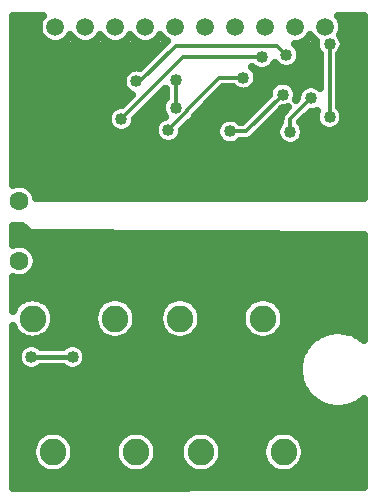
<source format=gbr>
G04 DipTrace 4.0.0.2*
G04 2 - Bottom.gbr*
%MOIN*%
G04 #@! TF.FileFunction,Copper,L2,Bot*
G04 #@! TF.Part,Single*
G04 #@! TA.AperFunction,CopperBalancing*
%ADD15C,0.025*%
G04 #@! TA.AperFunction,Conductor*
%ADD16C,0.012*%
%ADD17C,0.016*%
G04 #@! TA.AperFunction,ComponentPad*
%ADD22R,0.059055X0.059055*%
%ADD23C,0.059055*%
%ADD24C,0.062992*%
%ADD25C,0.088583*%
G04 #@! TA.AperFunction,ViaPad*
%ADD26C,0.04*%
%FSLAX26Y26*%
G04*
G70*
G90*
G75*
G01*
G04 Bottom*
%LPD*%
X1262451Y1868701D2*
D16*
X999951D1*
X793307Y1662056D1*
X1199951Y1799950D2*
X1118699D1*
X1012450Y1693701D1*
Y1687450D1*
X949951Y1624951D1*
X1331201Y1743701D2*
X1208621Y1621121D1*
X1156201D1*
X1424950Y1731201D2*
X1356201Y1662451D1*
Y1618701D1*
X493701Y868701D2*
D17*
X630573D1*
X843701Y1787451D2*
D16*
X856201D1*
X974950Y1906201D1*
X1312451D1*
X1343701Y1874951D1*
X1487450Y1912451D2*
Y1668701D1*
X974950Y1699950D2*
Y1793701D1*
D26*
X793307Y1662056D3*
X949951Y1624951D3*
X1156201Y1621121D3*
X1356201Y1618701D3*
X493701Y868701D3*
X630573D3*
X843701Y1787451D3*
X1343701Y1874951D3*
X1487450Y1912451D3*
Y1668701D3*
X974950Y1699950D3*
Y1793701D3*
X706201Y1243701D3*
X1424950Y1731201D3*
X1199951Y1799950D3*
X1331201Y1743701D3*
X1262451Y1868701D3*
X449951Y1843701D3*
X581201Y1624951D3*
X887451Y1443701D3*
X1093701D3*
X1293701D3*
X1493701D3*
X1574951Y1699950D3*
X1331201Y1693701D3*
X631201Y1856201D3*
X433719Y1281332D2*
D15*
X485882D1*
X433719Y1256463D2*
X1599189D1*
X494148Y1231594D2*
X1599189D1*
X510332Y1206726D2*
X1599189D1*
X512844Y1181857D2*
X1599189D1*
X503908Y1156988D2*
X1599189D1*
X468491Y1132119D2*
X1599189D1*
X433719Y1107251D2*
X1599189D1*
X433719Y1082382D2*
X1599189D1*
X433719Y1057513D2*
X458180D1*
X536706D2*
X733770D1*
X812297D2*
X950295D1*
X1028822D2*
X1225886D1*
X1304412D2*
X1599189D1*
X561108Y1032644D2*
X709369D1*
X836698D2*
X925894D1*
X1053260D2*
X1201484D1*
X1328850D2*
X1599189D1*
X569899Y1007776D2*
X700577D1*
X845490D2*
X917102D1*
X1062051D2*
X1192693D1*
X1337642D2*
X1599189D1*
X569325Y982907D2*
X701151D1*
X844916D2*
X917713D1*
X1061441D2*
X1193303D1*
X1337031D2*
X1599189D1*
X559026Y958038D2*
X711450D1*
X834617D2*
X927975D1*
X1051142D2*
X1203566D1*
X1326732D2*
X1599189D1*
X433719Y933169D2*
X464387D1*
X530499D2*
X739978D1*
X806089D2*
X956504D1*
X1022650D2*
X1232094D1*
X1298240D2*
X1436814D1*
X433719Y908301D2*
X466828D1*
X520559D2*
X603690D1*
X657457D2*
X1410689D1*
X433719Y883432D2*
X447092D1*
X677193D2*
X1395115D1*
X678449Y858563D2*
X1386144D1*
X433719Y833694D2*
X460584D1*
X526802D2*
X597482D1*
X663664D2*
X1382413D1*
X433719Y808825D2*
X1383490D1*
X433719Y783957D2*
X1389446D1*
X433719Y759088D2*
X1401072D1*
X433719Y734219D2*
X1420522D1*
X433719Y709350D2*
X1455150D1*
X1576343D2*
X1599189D1*
X433719Y684482D2*
X1599189D1*
X433719Y659613D2*
X1599189D1*
X433719Y634744D2*
X1599189D1*
X433719Y609875D2*
X522879D1*
X609802D2*
X798470D1*
X885392D2*
X1014995D1*
X1101919D2*
X1290585D1*
X1377509D2*
X1599189D1*
X433719Y585007D2*
X501133D1*
X631549D2*
X776723D1*
X907139D2*
X993249D1*
X1123664D2*
X1268840D1*
X1399255D2*
X1599189D1*
X433719Y560138D2*
X493490D1*
X639192D2*
X769080D1*
X914782D2*
X985642D1*
X1131307D2*
X1261232D1*
X1406898D2*
X1599189D1*
X433719Y535269D2*
X495105D1*
X637577D2*
X770696D1*
X913168D2*
X987220D1*
X1129728D2*
X1262811D1*
X1405319D2*
X1599189D1*
X433719Y510400D2*
X506659D1*
X626022D2*
X782249D1*
X901613D2*
X998774D1*
X1118138D2*
X1274365D1*
X1393728D2*
X1599189D1*
X433719Y485531D2*
X539852D1*
X592829D2*
X815442D1*
X868420D2*
X1032004D1*
X1084945D2*
X1307594D1*
X1360535D2*
X1599189D1*
X433719Y460663D2*
X1599189D1*
X433719Y435794D2*
X1599189D1*
X1601693Y727967D2*
X1595986Y723215D1*
X1588533Y717848D1*
X1580723Y713016D1*
X1572592Y708743D1*
X1564184Y705050D1*
X1555535Y701955D1*
X1546693Y699475D1*
X1537697Y697619D1*
X1528594Y696399D1*
X1519428Y695819D1*
X1510244Y695883D1*
X1501087Y696591D1*
X1492001Y697938D1*
X1483033Y699919D1*
X1474226Y702522D1*
X1465622Y705736D1*
X1457265Y709546D1*
X1449196Y713932D1*
X1441453Y718873D1*
X1434075Y724343D1*
X1427100Y730318D1*
X1420559Y736765D1*
X1414487Y743656D1*
X1408912Y750955D1*
X1403862Y758627D1*
X1399364Y766634D1*
X1395436Y774936D1*
X1392100Y783493D1*
X1389371Y792264D1*
X1387264Y801202D1*
X1385787Y810268D1*
X1384951Y819413D1*
X1384757Y828596D1*
X1385206Y837770D1*
X1386298Y846890D1*
X1388026Y855909D1*
X1390381Y864787D1*
X1393353Y873478D1*
X1396927Y881938D1*
X1401083Y890129D1*
X1405804Y898007D1*
X1411066Y905534D1*
X1416841Y912676D1*
X1423104Y919395D1*
X1429820Y925657D1*
X1436961Y931436D1*
X1444487Y936698D1*
X1452365Y941421D1*
X1460552Y945580D1*
X1469013Y949156D1*
X1477703Y952130D1*
X1486580Y954487D1*
X1495600Y956217D1*
X1504719Y957311D1*
X1513892Y957762D1*
X1523075Y957571D1*
X1532220Y956736D1*
X1541286Y955262D1*
X1550227Y953157D1*
X1558997Y950430D1*
X1567555Y947097D1*
X1575858Y943171D1*
X1583866Y938673D1*
X1591539Y933626D1*
X1601667Y925563D1*
X1601673Y1276906D1*
X491745Y1281354D1*
X488917Y1282152D1*
X486353Y1283588D1*
X478612Y1291112D1*
X463529Y1306196D1*
X431194Y1306201D1*
X431201Y1242450D1*
X439217Y1244976D1*
X448206Y1246400D1*
X457306D1*
X466295Y1244976D1*
X474950Y1242164D1*
X483059Y1238033D1*
X490421Y1232684D1*
X496857Y1226248D1*
X502206Y1218886D1*
X506337Y1210777D1*
X509150Y1202122D1*
X510573Y1193133D1*
Y1184033D1*
X509150Y1175043D1*
X506337Y1166388D1*
X502206Y1158280D1*
X496857Y1150917D1*
X490421Y1144482D1*
X483059Y1139133D1*
X474950Y1135001D1*
X466295Y1132189D1*
X457306Y1130765D1*
X448206D1*
X439217Y1132189D1*
X431213Y1134761D1*
X431201Y1021978D1*
X434365Y1029160D1*
X440169Y1038631D1*
X447385Y1047077D1*
X455831Y1054293D1*
X465302Y1060097D1*
X475566Y1064348D1*
X486366Y1066941D1*
X497441Y1067812D1*
X508516Y1066941D1*
X519316Y1064348D1*
X529580Y1060097D1*
X539051Y1054293D1*
X547497Y1047077D1*
X554713Y1038631D1*
X560517Y1029160D1*
X564768Y1018896D1*
X567361Y1008096D1*
X568232Y997021D1*
X567361Y985946D1*
X564768Y975146D1*
X560517Y964882D1*
X554713Y955411D1*
X547497Y946965D1*
X539051Y939749D1*
X529580Y933945D1*
X519316Y929694D1*
X508516Y927101D1*
X497441Y926230D1*
X486366Y927101D1*
X475566Y929694D1*
X465302Y933945D1*
X455831Y939749D1*
X447385Y946965D1*
X440169Y955411D1*
X434365Y964882D1*
X431205Y972192D1*
X431201Y431252D1*
X1601648Y435681D1*
X1601673Y727877D1*
X843605Y991467D2*
X841867Y980495D1*
X838434Y969930D1*
X833391Y960033D1*
X826862Y951046D1*
X819007Y943190D1*
X810020Y936661D1*
X800122Y931618D1*
X789558Y928185D1*
X778585Y926448D1*
X767478D1*
X756505Y928185D1*
X745941Y931618D1*
X736043Y936661D1*
X727056Y943190D1*
X719201Y951046D1*
X712672Y960033D1*
X707629Y969930D1*
X704196Y980495D1*
X702458Y991467D1*
Y1002575D1*
X704196Y1013547D1*
X707629Y1024112D1*
X712672Y1034009D1*
X719201Y1042996D1*
X727056Y1050852D1*
X736043Y1057381D1*
X745941Y1062424D1*
X756505Y1065857D1*
X767478Y1067594D1*
X778585D1*
X789558Y1065857D1*
X800122Y1062424D1*
X810020Y1057381D1*
X819007Y1050852D1*
X826862Y1042996D1*
X833391Y1034009D1*
X838434Y1024112D1*
X841867Y1013547D1*
X843605Y1002575D1*
Y991467D1*
X636912Y546585D2*
X635175Y535613D1*
X631741Y525049D1*
X626698Y515151D1*
X620169Y506164D1*
X612314Y498308D1*
X603327Y491780D1*
X593429Y486736D1*
X582865Y483303D1*
X571892Y481566D1*
X560785D1*
X549812Y483303D1*
X539248Y486736D1*
X529350Y491780D1*
X520364Y498308D1*
X512508Y506164D1*
X505979Y515151D1*
X500936Y525049D1*
X497503Y535613D1*
X495765Y546585D1*
Y557693D1*
X497503Y568665D1*
X500936Y579230D1*
X505979Y589127D1*
X512508Y598114D1*
X520364Y605970D1*
X529350Y612499D1*
X539248Y617542D1*
X549812Y620975D1*
X560785Y622713D1*
X571892D1*
X582865Y620975D1*
X593429Y617542D1*
X603327Y612499D1*
X612314Y605970D1*
X620169Y598114D1*
X626698Y589127D1*
X631741Y579230D1*
X635175Y568665D1*
X636912Y557693D1*
Y546585D1*
X912503D2*
X910765Y535613D1*
X907332Y525049D1*
X902289Y515151D1*
X895760Y506164D1*
X887904Y498308D1*
X878917Y491780D1*
X869020Y486736D1*
X858455Y483303D1*
X847483Y481566D1*
X836375D1*
X825403Y483303D1*
X814839Y486736D1*
X804941Y491780D1*
X795954Y498308D1*
X788098Y506164D1*
X781570Y515151D1*
X776526Y525049D1*
X773093Y535613D1*
X771356Y546585D1*
Y557693D1*
X773093Y568665D1*
X776526Y579230D1*
X781570Y589127D1*
X788098Y598114D1*
X795954Y605970D1*
X804941Y612499D1*
X814839Y617542D1*
X825403Y620975D1*
X836375Y622713D1*
X847483D1*
X858455Y620975D1*
X869020Y617542D1*
X878917Y612499D1*
X887904Y605970D1*
X895760Y598114D1*
X902289Y589127D1*
X907332Y579230D1*
X910765Y568665D1*
X912503Y557693D1*
Y546585D1*
X1060140Y991467D2*
X1058403Y980495D1*
X1054970Y969930D1*
X1049927Y960033D1*
X1043398Y951046D1*
X1035542Y943190D1*
X1026555Y936661D1*
X1016657Y931618D1*
X1006093Y928185D1*
X995121Y926448D1*
X984013D1*
X973041Y928185D1*
X962476Y931618D1*
X952579Y936661D1*
X943592Y943190D1*
X935736Y951046D1*
X929207Y960033D1*
X924164Y969930D1*
X920731Y980495D1*
X918993Y991467D1*
Y1002575D1*
X920731Y1013547D1*
X924164Y1024112D1*
X929207Y1034009D1*
X935736Y1042996D1*
X943592Y1050852D1*
X952579Y1057381D1*
X962476Y1062424D1*
X973041Y1065857D1*
X984013Y1067594D1*
X995121D1*
X1006093Y1065857D1*
X1016657Y1062424D1*
X1026555Y1057381D1*
X1035542Y1050852D1*
X1043398Y1042996D1*
X1049927Y1034009D1*
X1054970Y1024112D1*
X1058403Y1013547D1*
X1060140Y1002575D1*
Y991467D1*
X1335731D2*
X1333993Y980495D1*
X1330560Y969930D1*
X1325517Y960033D1*
X1318988Y951046D1*
X1311133Y943190D1*
X1302146Y936661D1*
X1292248Y931618D1*
X1281684Y928185D1*
X1270711Y926448D1*
X1259604D1*
X1248631Y928185D1*
X1238067Y931618D1*
X1228169Y936661D1*
X1219182Y943190D1*
X1211327Y951046D1*
X1204798Y960033D1*
X1199755Y969930D1*
X1196322Y980495D1*
X1194584Y991467D1*
Y1002575D1*
X1196322Y1013547D1*
X1199755Y1024112D1*
X1204798Y1034009D1*
X1211327Y1042996D1*
X1219182Y1050852D1*
X1228169Y1057381D1*
X1238067Y1062424D1*
X1248631Y1065857D1*
X1259604Y1067594D1*
X1270711D1*
X1281684Y1065857D1*
X1292248Y1062424D1*
X1302146Y1057381D1*
X1311133Y1050852D1*
X1318988Y1042996D1*
X1325517Y1034009D1*
X1330560Y1024112D1*
X1333993Y1013547D1*
X1335731Y1002575D1*
Y991467D1*
X1129038Y546585D2*
X1127301Y535613D1*
X1123867Y525049D1*
X1118824Y515151D1*
X1112295Y506164D1*
X1104440Y498308D1*
X1095453Y491780D1*
X1085555Y486736D1*
X1074991Y483303D1*
X1064018Y481566D1*
X1052911D1*
X1041938Y483303D1*
X1031374Y486736D1*
X1021476Y491780D1*
X1012490Y498308D1*
X1004634Y506164D1*
X998105Y515151D1*
X993062Y525049D1*
X989629Y535613D1*
X987891Y546585D1*
Y557693D1*
X989629Y568665D1*
X993062Y579230D1*
X998105Y589127D1*
X1004634Y598114D1*
X1012490Y605970D1*
X1021476Y612499D1*
X1031374Y617542D1*
X1041938Y620975D1*
X1052911Y622713D1*
X1064018D1*
X1074991Y620975D1*
X1085555Y617542D1*
X1095453Y612499D1*
X1104440Y605970D1*
X1112295Y598114D1*
X1118824Y589127D1*
X1123867Y579230D1*
X1127301Y568665D1*
X1129038Y557693D1*
Y546585D1*
X1404629D2*
X1402891Y535613D1*
X1399458Y525049D1*
X1394415Y515151D1*
X1387886Y506164D1*
X1380030Y498308D1*
X1371043Y491780D1*
X1361146Y486736D1*
X1350581Y483303D1*
X1339609Y481566D1*
X1328501D1*
X1317529Y483303D1*
X1306965Y486736D1*
X1297067Y491780D1*
X1288080Y498308D1*
X1280224Y506164D1*
X1273696Y515151D1*
X1268652Y525049D1*
X1265219Y535613D1*
X1263482Y546585D1*
Y557693D1*
X1265219Y568665D1*
X1268652Y579230D1*
X1273696Y589127D1*
X1280224Y598114D1*
X1288080Y605970D1*
X1297067Y612499D1*
X1306965Y617542D1*
X1317529Y620975D1*
X1328501Y622713D1*
X1339609D1*
X1350581Y620975D1*
X1361146Y617542D1*
X1371043Y612499D1*
X1380030Y605970D1*
X1387886Y598114D1*
X1394415Y589127D1*
X1399458Y579230D1*
X1402891Y568665D1*
X1404629Y557693D1*
Y546585D1*
X524898Y903201D2*
X599394D1*
X603241Y906320D1*
X609463Y910133D1*
X616205Y912925D1*
X623299Y914629D1*
X630573Y915201D1*
X637848Y914629D1*
X644942Y912925D1*
X651684Y910133D1*
X657906Y906320D1*
X663454Y901581D1*
X668193Y896033D1*
X672005Y889811D1*
X674798Y883070D1*
X676501Y875975D1*
X677073Y868701D1*
X676501Y861427D1*
X674798Y854332D1*
X672005Y847591D1*
X668193Y841369D1*
X663454Y835820D1*
X657906Y831081D1*
X651684Y827269D1*
X644942Y824476D1*
X637848Y822773D1*
X630573Y822201D1*
X623299Y822773D1*
X616205Y824476D1*
X609463Y827269D1*
X603241Y831081D1*
X599442Y834203D1*
X524881Y834201D1*
X521033Y831081D1*
X514811Y827269D1*
X508070Y824476D1*
X500975Y822773D1*
X493701Y822201D1*
X486427Y822773D1*
X479332Y824476D1*
X472591Y827269D1*
X466369Y831081D1*
X460820Y835820D1*
X456081Y841369D1*
X452269Y847591D1*
X449476Y854332D1*
X447773Y861427D1*
X447201Y868701D1*
X447773Y875975D1*
X449476Y883070D1*
X452269Y889811D1*
X456081Y896033D1*
X460820Y901581D1*
X466369Y906320D1*
X472591Y910133D1*
X479332Y912925D1*
X486427Y914629D1*
X493701Y915201D1*
X500975Y914629D1*
X508070Y912925D1*
X514811Y910133D1*
X521033Y906320D1*
X524832Y903198D1*
X433719Y1981332D2*
X516563D1*
X1530663D2*
X1599189D1*
X433719Y1956463D2*
X516383D1*
X1530841D2*
X1599189D1*
X433719Y1931594D2*
X528979D1*
X1532314D2*
X1599189D1*
X433719Y1906726D2*
X927007D1*
X1380164D2*
X1438787D1*
X1536081D2*
X1599189D1*
X433719Y1881857D2*
X902139D1*
X1392185D2*
X1449946D1*
X1524957D2*
X1599189D1*
X433719Y1856988D2*
X877272D1*
X1389100D2*
X1452459D1*
X1522445D2*
X1599189D1*
X433719Y1832119D2*
X828289D1*
X1293647D2*
X1323096D1*
X1364303D2*
X1452459D1*
X1522445D2*
X1599189D1*
X433719Y1807251D2*
X799115D1*
X1248361D2*
X1452459D1*
X1522445D2*
X1599189D1*
X433719Y1782382D2*
X794988D1*
X1245491D2*
X1302894D1*
X1359495D2*
X1452459D1*
X1522445D2*
X1599189D1*
X433719Y1757513D2*
X805610D1*
X1124740D2*
X1178448D1*
X1221449D2*
X1284306D1*
X1522445D2*
X1599189D1*
X433719Y1732644D2*
X815442D1*
X912343D2*
X939387D1*
X1099873D2*
X1271675D1*
X1522445D2*
X1599189D1*
X433719Y1707776D2*
X782322D1*
X887474D2*
X926612D1*
X1074969D2*
X1246806D1*
X1522445D2*
X1599189D1*
X433719Y1682907D2*
X749236D1*
X862606D2*
X929196D1*
X1050101D2*
X1221938D1*
X1425127D2*
X1440689D1*
X1534215D2*
X1599189D1*
X433719Y1658038D2*
X744463D1*
X842117D2*
X914770D1*
X1031513D2*
X1125411D1*
X1294007D2*
X1321194D1*
X1400260D2*
X1439684D1*
X1535219D2*
X1599189D1*
X433719Y1633169D2*
X754367D1*
X832248D2*
X901672D1*
X1006646D2*
X1108795D1*
X1269139D2*
X1309496D1*
X1402879D2*
X1454971D1*
X1519933D2*
X1599189D1*
X433719Y1608301D2*
X904041D1*
X995881D2*
X1109010D1*
X1244270D2*
X1308383D1*
X1404028D2*
X1599189D1*
X433719Y1583432D2*
X926504D1*
X973381D2*
X1126451D1*
X1185923D2*
X1323383D1*
X1388992D2*
X1599189D1*
X433719Y1558563D2*
X1599189D1*
X433719Y1533694D2*
X1599189D1*
X433719Y1508825D2*
X1599189D1*
X433719Y1483957D2*
X1599189D1*
X433719Y1459088D2*
X1599189D1*
X491062Y1434219D2*
X1599189D1*
X509399Y1409350D2*
X1599189D1*
X623617Y1943240D2*
X618944Y1935572D1*
X613235Y1928886D1*
X606549Y1923177D1*
X599052Y1918583D1*
X590930Y1915219D1*
X582382Y1913167D1*
X573617Y1912476D1*
X564852Y1913167D1*
X556303Y1915219D1*
X548181Y1918583D1*
X540685Y1923177D1*
X533999Y1928886D1*
X528290Y1935572D1*
X523696Y1943068D1*
X520332Y1951190D1*
X518280Y1959739D1*
X517589Y1968504D1*
X518280Y1977269D1*
X520332Y1985818D1*
X523696Y1993940D1*
X528290Y2001436D1*
X532144Y2006115D1*
X431231Y2006190D1*
X431201Y1442451D1*
X439217Y1444976D1*
X448206Y1446400D1*
X457306D1*
X466295Y1444976D1*
X474950Y1442164D1*
X483059Y1438033D1*
X490421Y1432684D1*
X496857Y1426248D1*
X502206Y1418886D1*
X506337Y1410777D1*
X509150Y1402122D1*
X509583Y1399941D1*
X1601672Y1400291D1*
X1601673Y2005210D1*
X1515866Y2005298D1*
X1521379Y1997778D1*
X1525370Y1989945D1*
X1528087Y1981583D1*
X1529462Y1972900D1*
Y1964108D1*
X1528087Y1955425D1*
X1525370Y1947063D1*
X1523100Y1942303D1*
X1527098Y1936748D1*
X1530411Y1930247D1*
X1532665Y1923307D1*
X1533807Y1916100D1*
Y1908803D1*
X1532665Y1901596D1*
X1530411Y1894656D1*
X1527098Y1888155D1*
X1522808Y1882252D1*
X1519944Y1879213D1*
X1519950Y1701970D1*
X1525070Y1696033D1*
X1528882Y1689811D1*
X1531675Y1683070D1*
X1533378Y1675975D1*
X1533950Y1668701D1*
X1533378Y1661427D1*
X1531675Y1654332D1*
X1528882Y1647591D1*
X1525070Y1641369D1*
X1520331Y1635820D1*
X1514782Y1631081D1*
X1508560Y1627269D1*
X1501819Y1624476D1*
X1494724Y1622773D1*
X1487450Y1622201D1*
X1480176Y1622773D1*
X1473081Y1624476D1*
X1466340Y1627269D1*
X1460118Y1631081D1*
X1454570Y1635820D1*
X1449831Y1641369D1*
X1446018Y1647591D1*
X1443226Y1654332D1*
X1441522Y1661427D1*
X1440950Y1668701D1*
X1441522Y1675975D1*
X1443226Y1683070D1*
X1445976Y1689720D1*
X1439319Y1686976D1*
X1432224Y1685273D1*
X1424423Y1684722D1*
X1390160Y1650449D1*
X1393820Y1646033D1*
X1397633Y1639811D1*
X1400425Y1633070D1*
X1402129Y1625975D1*
X1402701Y1618701D1*
X1402129Y1611427D1*
X1400425Y1604332D1*
X1397633Y1597591D1*
X1393820Y1591369D1*
X1389081Y1585820D1*
X1383533Y1581081D1*
X1377311Y1577269D1*
X1370570Y1574476D1*
X1363475Y1572773D1*
X1356201Y1572201D1*
X1348927Y1572773D1*
X1341832Y1574476D1*
X1335091Y1577269D1*
X1328869Y1581081D1*
X1323320Y1585820D1*
X1318581Y1591369D1*
X1314769Y1597591D1*
X1311976Y1604332D1*
X1310273Y1611427D1*
X1309701Y1618701D1*
X1310273Y1625975D1*
X1311976Y1633070D1*
X1314769Y1639811D1*
X1318581Y1646033D1*
X1323707Y1651940D1*
X1323801Y1665001D1*
X1324598Y1670038D1*
X1326175Y1674888D1*
X1328490Y1679433D1*
X1331488Y1683559D1*
X1348210Y1700423D1*
X1342056Y1698486D1*
X1334849Y1697344D1*
X1330673Y1697222D1*
X1229728Y1596408D1*
X1225602Y1593409D1*
X1221058Y1591094D1*
X1216207Y1589518D1*
X1211171Y1588720D1*
X1189442Y1588621D1*
X1183533Y1583501D1*
X1177311Y1579689D1*
X1170570Y1576896D1*
X1163475Y1575193D1*
X1156201Y1574621D1*
X1148927Y1575193D1*
X1141832Y1576896D1*
X1135091Y1579689D1*
X1128869Y1583501D1*
X1123320Y1588240D1*
X1118581Y1593789D1*
X1114769Y1600010D1*
X1111976Y1606752D1*
X1110273Y1613846D1*
X1109701Y1621121D1*
X1110273Y1628395D1*
X1111976Y1635490D1*
X1114769Y1642231D1*
X1118581Y1648453D1*
X1123320Y1654001D1*
X1128869Y1658740D1*
X1135091Y1662552D1*
X1141832Y1665345D1*
X1148927Y1667049D1*
X1156201Y1667621D1*
X1163475Y1667049D1*
X1170570Y1665345D1*
X1177311Y1662552D1*
X1183533Y1658740D1*
X1189440Y1653614D1*
X1195188Y1653621D1*
X1284714Y1743176D1*
X1285273Y1750975D1*
X1286976Y1758070D1*
X1289769Y1764811D1*
X1293581Y1771033D1*
X1298320Y1776581D1*
X1303869Y1781320D1*
X1310091Y1785133D1*
X1316832Y1787925D1*
X1323927Y1789629D1*
X1331201Y1790201D1*
X1338475Y1789629D1*
X1345570Y1787925D1*
X1352311Y1785133D1*
X1358533Y1781320D1*
X1364081Y1776581D1*
X1368820Y1771033D1*
X1372633Y1764811D1*
X1375425Y1758070D1*
X1377129Y1750975D1*
X1377701Y1743701D1*
X1377129Y1736427D1*
X1375425Y1729332D1*
X1374433Y1726642D1*
X1378457Y1730669D1*
X1379022Y1738475D1*
X1380726Y1745570D1*
X1383518Y1752311D1*
X1387331Y1758533D1*
X1392070Y1764081D1*
X1397618Y1768820D1*
X1403840Y1772633D1*
X1410581Y1775425D1*
X1417676Y1777129D1*
X1424950Y1777701D1*
X1432224Y1777129D1*
X1439319Y1775425D1*
X1446060Y1772633D1*
X1452282Y1768820D1*
X1454959Y1766710D1*
X1454950Y1879182D1*
X1449831Y1885119D1*
X1446018Y1891341D1*
X1443226Y1898083D1*
X1441522Y1905177D1*
X1440950Y1912451D1*
X1441522Y1919726D1*
X1442021Y1922230D1*
X1437220Y1925900D1*
X1431004Y1932117D1*
X1425836Y1939230D1*
X1423529Y1943068D1*
X1418934Y1935572D1*
X1413226Y1928886D1*
X1406539Y1923177D1*
X1399043Y1918583D1*
X1390921Y1915219D1*
X1382373Y1913167D1*
X1373608Y1912476D1*
X1371014Y1912579D1*
X1376581Y1907832D1*
X1381320Y1902283D1*
X1385133Y1896062D1*
X1387925Y1889320D1*
X1389629Y1882226D1*
X1390201Y1874951D1*
X1389629Y1867677D1*
X1387925Y1860583D1*
X1385133Y1853841D1*
X1381320Y1847619D1*
X1376581Y1842071D1*
X1371033Y1837332D1*
X1364811Y1833520D1*
X1358070Y1830727D1*
X1350975Y1829024D1*
X1343701Y1828451D1*
X1336427Y1829024D1*
X1329332Y1830727D1*
X1322591Y1833520D1*
X1316369Y1837332D1*
X1310820Y1842071D1*
X1306081Y1847619D1*
X1304806Y1849529D1*
X1302100Y1844404D1*
X1297810Y1838501D1*
X1292651Y1833343D1*
X1286748Y1829052D1*
X1280247Y1825740D1*
X1273307Y1823486D1*
X1266100Y1822344D1*
X1258803D1*
X1251596Y1823486D1*
X1244656Y1825740D1*
X1238155Y1829052D1*
X1232832Y1832831D1*
X1237571Y1827282D1*
X1241383Y1821060D1*
X1244176Y1814319D1*
X1245879Y1807224D1*
X1246451Y1799950D1*
X1245879Y1792676D1*
X1244176Y1785581D1*
X1241383Y1778840D1*
X1237571Y1772618D1*
X1232832Y1767070D1*
X1227283Y1762331D1*
X1221062Y1758518D1*
X1214320Y1755726D1*
X1207226Y1754022D1*
X1199951Y1753450D1*
X1192677Y1754022D1*
X1185583Y1755726D1*
X1178841Y1758518D1*
X1172619Y1762331D1*
X1166713Y1767457D1*
X1132151Y1767450D1*
X1043871Y1679160D1*
X1042476Y1675013D1*
X1040161Y1670469D1*
X1037163Y1666343D1*
X996424Y1625462D1*
X995879Y1617677D1*
X994176Y1610583D1*
X991383Y1603841D1*
X987571Y1597619D1*
X982832Y1592071D1*
X977283Y1587332D1*
X971062Y1583520D1*
X964320Y1580727D1*
X957226Y1579024D1*
X949951Y1578451D1*
X942677Y1579024D1*
X935583Y1580727D1*
X928841Y1583520D1*
X922619Y1587332D1*
X917071Y1592071D1*
X912332Y1597619D1*
X908520Y1603841D1*
X905727Y1610583D1*
X904024Y1617677D1*
X903451Y1624951D1*
X904024Y1632226D1*
X905727Y1639320D1*
X908520Y1646062D1*
X912332Y1652283D1*
X917071Y1657832D1*
X922619Y1662571D1*
X928841Y1666383D1*
X935583Y1669176D1*
X939222Y1670192D1*
X935302Y1675654D1*
X931990Y1682155D1*
X929735Y1689094D1*
X928593Y1696302D1*
Y1703598D1*
X929735Y1710806D1*
X931990Y1717745D1*
X935302Y1724247D1*
X939592Y1730150D1*
X942457Y1733189D1*
X942450Y1760461D1*
X940123Y1762925D1*
X839797Y1662584D1*
X839235Y1654782D1*
X837531Y1647688D1*
X834739Y1640946D1*
X830927Y1634724D1*
X826188Y1629176D1*
X820639Y1624437D1*
X814417Y1620625D1*
X807676Y1617832D1*
X800581Y1616129D1*
X793307Y1615556D1*
X786033Y1616129D1*
X778938Y1617832D1*
X772197Y1620625D1*
X765975Y1624437D1*
X760427Y1629176D1*
X755688Y1634724D1*
X751875Y1640946D1*
X749083Y1647688D1*
X747379Y1654782D1*
X746807Y1662056D1*
X747379Y1669331D1*
X749083Y1676425D1*
X751875Y1683167D1*
X755688Y1689388D1*
X760427Y1694937D1*
X765975Y1699676D1*
X772197Y1703488D1*
X778938Y1706281D1*
X786033Y1707984D1*
X793835Y1708535D1*
X828724Y1743436D1*
X822591Y1746020D1*
X816369Y1749832D1*
X810820Y1754571D1*
X806081Y1760119D1*
X802269Y1766341D1*
X799476Y1773083D1*
X797773Y1780177D1*
X797201Y1787451D1*
X797773Y1794726D1*
X799476Y1801820D1*
X802269Y1808562D1*
X806081Y1814783D1*
X810820Y1820332D1*
X816369Y1825071D1*
X822591Y1828883D1*
X829332Y1831676D1*
X836427Y1833379D1*
X843701Y1833951D1*
X850975Y1833379D1*
X855256Y1832470D1*
X943824Y1921038D1*
X937230Y1925900D1*
X931013Y1932117D1*
X925845Y1939230D1*
X923538Y1943068D1*
X918944Y1935572D1*
X913235Y1928886D1*
X906549Y1923177D1*
X899052Y1918583D1*
X890930Y1915219D1*
X882382Y1913167D1*
X873617Y1912476D1*
X864852Y1913167D1*
X856303Y1915219D1*
X848181Y1918583D1*
X840685Y1923177D1*
X833999Y1928886D1*
X828290Y1935572D1*
X823617Y1943240D1*
X818944Y1935572D1*
X813235Y1928886D1*
X806549Y1923177D1*
X799052Y1918583D1*
X790930Y1915219D1*
X782382Y1913167D1*
X773617Y1912476D1*
X764852Y1913167D1*
X756303Y1915219D1*
X748181Y1918583D1*
X740685Y1923177D1*
X733999Y1928886D1*
X728290Y1935572D1*
X723617Y1943240D1*
X718944Y1935572D1*
X713235Y1928886D1*
X706549Y1923177D1*
X699052Y1918583D1*
X690930Y1915219D1*
X682382Y1913167D1*
X673617Y1912476D1*
X664852Y1913167D1*
X656303Y1915219D1*
X648181Y1918583D1*
X640685Y1923177D1*
X633999Y1928886D1*
X628290Y1935572D1*
X623617Y1943240D1*
X1229833Y1835579D2*
X1229213Y1836207D1*
D22*
X473617Y1968504D3*
D23*
X573617D3*
X673617D3*
X773617D3*
X873617D3*
X973617D3*
X1073617D3*
X1173617D3*
X1273608D3*
X1373608D3*
X1473608D3*
X1573608D3*
D24*
X452756Y1488583D3*
Y1388583D3*
Y1288583D3*
Y1188583D3*
D25*
X497441Y997021D3*
X635236D3*
X773031D3*
X566339Y552139D3*
X704134D3*
X841929D3*
X989567Y997021D3*
X1127362D3*
X1265157D3*
X1058465Y552139D3*
X1196260D3*
X1334055D3*
M02*

</source>
